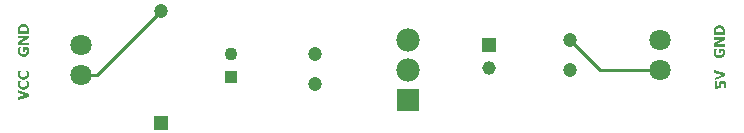
<source format=gtl>
G04*
G04 #@! TF.GenerationSoftware,Altium Limited,Altium Designer,23.1.1 (15)*
G04*
G04 Layer_Physical_Order=1*
G04 Layer_Color=255*
%FSLAX44Y44*%
%MOMM*%
G71*
G04*
G04 #@! TF.SameCoordinates,192AC858-DC75-4971-91E7-501E18B89E25*
G04*
G04*
G04 #@! TF.FilePolarity,Positive*
G04*
G01*
G75*
%ADD21C,0.2540*%
%ADD22R,1.9800X1.9800*%
%ADD23C,1.9800*%
%ADD24C,1.2000*%
%ADD25R,1.1000X1.1000*%
%ADD26C,1.1000*%
%ADD27C,1.8000*%
%ADD28R,1.1500X1.1500*%
%ADD29C,1.1500*%
%ADD30R,1.2000X1.2000*%
G36*
X21919Y-40710D02*
X21962D01*
X22032D01*
X22117Y-40724D01*
X22229D01*
X22370Y-40738D01*
X22511Y-40753D01*
X22666Y-40781D01*
X23033Y-40851D01*
X23414Y-40950D01*
X23808Y-41091D01*
X24203Y-41274D01*
X24217D01*
X24245Y-41302D01*
X24302Y-41330D01*
X24372Y-41373D01*
X24457Y-41429D01*
X24541Y-41500D01*
X24767Y-41669D01*
X25021Y-41866D01*
X25274Y-42106D01*
X25528Y-42388D01*
X25754Y-42698D01*
Y-42712D01*
X25768Y-42726D01*
X25796Y-42768D01*
X25824Y-42825D01*
X25909Y-42966D01*
X26007Y-43163D01*
X26106Y-43389D01*
X26205Y-43657D01*
X26289Y-43952D01*
X26346Y-44263D01*
Y-44305D01*
X26360Y-44347D01*
Y-44404D01*
X26374Y-44488D01*
X26388Y-44573D01*
X26402Y-44798D01*
X26430Y-45066D01*
X26458Y-45362D01*
X26473Y-45701D01*
Y-48915D01*
X17296D01*
Y-45715D01*
X17310Y-45475D01*
X17324Y-45207D01*
X17352Y-44897D01*
X17380Y-44587D01*
X17422Y-44263D01*
Y-44220D01*
X17436Y-44178D01*
X17451Y-44122D01*
X17465Y-44037D01*
X17493Y-43952D01*
X17549Y-43741D01*
X17620Y-43501D01*
X17732Y-43234D01*
X17859Y-42952D01*
X18029Y-42670D01*
Y-42656D01*
X18057Y-42627D01*
X18085Y-42585D01*
X18127Y-42515D01*
X18268Y-42360D01*
X18437Y-42148D01*
X18663Y-41923D01*
X18931Y-41683D01*
X19241Y-41457D01*
X19593Y-41246D01*
X19607D01*
X19636Y-41218D01*
X19692Y-41189D01*
X19763Y-41161D01*
X19861Y-41119D01*
X19974Y-41077D01*
X20101Y-41034D01*
X20242Y-40978D01*
X20411Y-40922D01*
X20580Y-40879D01*
X20975Y-40795D01*
X21426Y-40738D01*
X21905Y-40710D01*
X21919D01*
D02*
G37*
G36*
X26473Y-50775D02*
Y-52989D01*
X20087Y-56541D01*
X26473D01*
Y-58642D01*
X17296D01*
Y-55822D01*
X22554Y-52876D01*
X17296D01*
Y-50775D01*
X26473D01*
D02*
G37*
G36*
X25965Y-60375D02*
X25979Y-60404D01*
X26007Y-60488D01*
X26050Y-60615D01*
X26120Y-60799D01*
X26191Y-61024D01*
X26261Y-61292D01*
X26360Y-61602D01*
X26444Y-61954D01*
Y-61968D01*
X26458Y-61997D01*
Y-62053D01*
X26473Y-62124D01*
X26501Y-62208D01*
X26515Y-62307D01*
X26557Y-62547D01*
X26600Y-62842D01*
X26628Y-63167D01*
X26656Y-63505D01*
X26670Y-63857D01*
Y-63956D01*
X26656Y-64069D01*
Y-64210D01*
X26628Y-64393D01*
X26600Y-64605D01*
X26571Y-64844D01*
X26515Y-65098D01*
X26444Y-65366D01*
X26360Y-65648D01*
X26261Y-65930D01*
X26148Y-66212D01*
X26007Y-66508D01*
X25838Y-66776D01*
X25641Y-67043D01*
X25429Y-67297D01*
X25415Y-67311D01*
X25373Y-67354D01*
X25303Y-67410D01*
X25204Y-67495D01*
X25063Y-67593D01*
X24908Y-67706D01*
X24725Y-67819D01*
X24513Y-67931D01*
X24274Y-68058D01*
X24020Y-68171D01*
X23724Y-68284D01*
X23414Y-68383D01*
X23061Y-68467D01*
X22695Y-68524D01*
X22300Y-68566D01*
X21891Y-68580D01*
X21863D01*
X21792D01*
X21680Y-68566D01*
X21539D01*
X21355Y-68538D01*
X21144Y-68509D01*
X20904Y-68467D01*
X20651Y-68425D01*
X20383Y-68354D01*
X20101Y-68270D01*
X19819Y-68157D01*
X19523Y-68044D01*
X19241Y-67889D01*
X18959Y-67720D01*
X18691Y-67523D01*
X18437Y-67297D01*
X18423Y-67283D01*
X18381Y-67241D01*
X18311Y-67170D01*
X18226Y-67057D01*
X18127Y-66931D01*
X18029Y-66776D01*
X17902Y-66592D01*
X17775Y-66381D01*
X17662Y-66141D01*
X17535Y-65873D01*
X17436Y-65591D01*
X17324Y-65281D01*
X17253Y-64943D01*
X17183Y-64577D01*
X17140Y-64196D01*
X17126Y-63787D01*
Y-63491D01*
X17140Y-63378D01*
X17155Y-63124D01*
X17183Y-62814D01*
X17225Y-62504D01*
X17281Y-62194D01*
X17352Y-61912D01*
Y-61898D01*
X17366Y-61884D01*
X17380Y-61842D01*
X17394Y-61785D01*
X17436Y-61644D01*
X17507Y-61461D01*
X17592Y-61235D01*
X17690Y-60982D01*
X17803Y-60700D01*
X17944Y-60418D01*
X20087D01*
Y-60643D01*
X20059Y-60658D01*
X20030Y-60700D01*
X19988Y-60756D01*
X19946Y-60827D01*
X19889Y-60897D01*
X19734Y-61109D01*
X19720Y-61123D01*
X19692Y-61165D01*
X19650Y-61221D01*
X19593Y-61306D01*
X19466Y-61489D01*
X19325Y-61715D01*
X19311Y-61729D01*
X19297Y-61771D01*
X19255Y-61856D01*
X19213Y-61940D01*
X19156Y-62067D01*
X19100Y-62208D01*
X19044Y-62349D01*
X18987Y-62518D01*
Y-62532D01*
X18959Y-62603D01*
X18945Y-62688D01*
X18917Y-62800D01*
X18888Y-62955D01*
X18874Y-63110D01*
X18846Y-63294D01*
Y-63576D01*
X18860Y-63688D01*
X18874Y-63829D01*
X18888Y-63998D01*
X18931Y-64182D01*
X18973Y-64379D01*
X19044Y-64562D01*
X19058Y-64577D01*
X19072Y-64647D01*
X19128Y-64731D01*
X19184Y-64844D01*
X19255Y-64985D01*
X19354Y-65126D01*
X19466Y-65281D01*
X19607Y-65422D01*
X19621Y-65436D01*
X19678Y-65479D01*
X19748Y-65549D01*
X19861Y-65620D01*
X20002Y-65718D01*
X20157Y-65803D01*
X20340Y-65902D01*
X20552Y-65986D01*
X20580Y-66000D01*
X20651Y-66014D01*
X20763Y-66057D01*
X20933Y-66085D01*
X21116Y-66127D01*
X21341Y-66169D01*
X21595Y-66184D01*
X21863Y-66198D01*
X21877D01*
X21933D01*
X22018D01*
X22131Y-66184D01*
X22258Y-66169D01*
X22413Y-66155D01*
X22582Y-66127D01*
X22765Y-66099D01*
X23146Y-66000D01*
X23343Y-65930D01*
X23540Y-65859D01*
X23724Y-65761D01*
X23907Y-65662D01*
X24076Y-65535D01*
X24231Y-65394D01*
X24245Y-65380D01*
X24259Y-65352D01*
X24302Y-65310D01*
X24344Y-65253D01*
X24400Y-65168D01*
X24471Y-65070D01*
X24541Y-64943D01*
X24612Y-64816D01*
X24682Y-64675D01*
X24753Y-64506D01*
X24809Y-64323D01*
X24880Y-64125D01*
X24922Y-63914D01*
X24964Y-63688D01*
X24978Y-63449D01*
X24992Y-63195D01*
Y-62702D01*
X24978Y-62603D01*
X23174D01*
Y-64393D01*
X21440D01*
Y-60375D01*
X25965D01*
D02*
G37*
G36*
X25895Y-80388D02*
X25909Y-80416D01*
X25937Y-80472D01*
X25965Y-80543D01*
X26007Y-80627D01*
X26050Y-80726D01*
X26163Y-80966D01*
Y-80980D01*
X26191Y-81022D01*
X26219Y-81093D01*
X26247Y-81177D01*
X26289Y-81276D01*
X26332Y-81389D01*
X26416Y-81643D01*
Y-81657D01*
X26430Y-81713D01*
X26458Y-81798D01*
X26487Y-81910D01*
X26515Y-82037D01*
X26543Y-82178D01*
X26600Y-82460D01*
Y-82474D01*
X26614Y-82531D01*
X26628Y-82615D01*
Y-82728D01*
X26642Y-82869D01*
X26656Y-83052D01*
X26670Y-83250D01*
Y-83574D01*
X26656Y-83687D01*
Y-83827D01*
X26628Y-83997D01*
X26600Y-84208D01*
X26571Y-84434D01*
X26515Y-84673D01*
X26444Y-84927D01*
X26360Y-85195D01*
X26261Y-85463D01*
X26148Y-85731D01*
X26007Y-86012D01*
X25838Y-86266D01*
X25641Y-86520D01*
X25429Y-86760D01*
X25415Y-86774D01*
X25373Y-86816D01*
X25303Y-86872D01*
X25204Y-86943D01*
X25077Y-87042D01*
X24922Y-87140D01*
X24739Y-87253D01*
X24527Y-87366D01*
X24288Y-87479D01*
X24034Y-87591D01*
X23738Y-87690D01*
X23428Y-87789D01*
X23089Y-87859D01*
X22723Y-87916D01*
X22328Y-87958D01*
X21919Y-87972D01*
X21891D01*
X21821D01*
X21708Y-87958D01*
X21553D01*
X21370Y-87930D01*
X21158Y-87901D01*
X20918Y-87873D01*
X20665Y-87817D01*
X20397Y-87761D01*
X20115Y-87676D01*
X19819Y-87577D01*
X19523Y-87465D01*
X19241Y-87324D01*
X18959Y-87154D01*
X18691Y-86971D01*
X18437Y-86760D01*
X18423Y-86746D01*
X18381Y-86703D01*
X18310Y-86633D01*
X18240Y-86534D01*
X18141Y-86421D01*
X18029Y-86266D01*
X17916Y-86097D01*
X17789Y-85900D01*
X17662Y-85674D01*
X17549Y-85435D01*
X17436Y-85153D01*
X17338Y-84871D01*
X17253Y-84560D01*
X17197Y-84222D01*
X17155Y-83870D01*
X17140Y-83489D01*
Y-83292D01*
X17155Y-83165D01*
Y-83010D01*
X17169Y-82841D01*
X17211Y-82502D01*
Y-82488D01*
X17225Y-82432D01*
X17239Y-82347D01*
X17253Y-82234D01*
X17281Y-82108D01*
X17309Y-81967D01*
X17380Y-81657D01*
Y-81643D01*
X17394Y-81600D01*
X17422Y-81544D01*
X17450Y-81459D01*
X17479Y-81361D01*
X17535Y-81234D01*
X17634Y-80980D01*
Y-80966D01*
X17662Y-80924D01*
X17690Y-80853D01*
X17732Y-80768D01*
X17817Y-80571D01*
X17916Y-80374D01*
X20087D01*
Y-80627D01*
X20059Y-80642D01*
X19988Y-80726D01*
X19889Y-80867D01*
X19748Y-81036D01*
X19734Y-81050D01*
X19706Y-81079D01*
X19678Y-81135D01*
X19621Y-81206D01*
X19565Y-81290D01*
X19495Y-81375D01*
X19354Y-81600D01*
X19339Y-81614D01*
X19325Y-81657D01*
X19283Y-81727D01*
X19241Y-81812D01*
X19184Y-81924D01*
X19128Y-82037D01*
X19015Y-82319D01*
Y-82333D01*
X18987Y-82390D01*
X18973Y-82460D01*
X18945Y-82559D01*
X18917Y-82686D01*
X18902Y-82812D01*
X18874Y-83109D01*
Y-83193D01*
X18888Y-83292D01*
Y-83419D01*
X18917Y-83560D01*
X18945Y-83715D01*
X18987Y-83870D01*
X19044Y-84025D01*
Y-84039D01*
X19072Y-84095D01*
X19114Y-84180D01*
X19170Y-84279D01*
X19241Y-84391D01*
X19339Y-84532D01*
X19452Y-84673D01*
X19579Y-84814D01*
X19593Y-84828D01*
X19650Y-84871D01*
X19720Y-84941D01*
X19833Y-85012D01*
X19960Y-85110D01*
X20129Y-85195D01*
X20312Y-85294D01*
X20524Y-85378D01*
X20552Y-85392D01*
X20622Y-85406D01*
X20749Y-85449D01*
X20918Y-85477D01*
X21130Y-85519D01*
X21370Y-85561D01*
X21637Y-85576D01*
X21933Y-85590D01*
X21948D01*
X21976D01*
X22018D01*
X22074D01*
X22229Y-85576D01*
X22427Y-85561D01*
X22652Y-85533D01*
X22892Y-85491D01*
X23132Y-85435D01*
X23357Y-85364D01*
X23385Y-85350D01*
X23456Y-85322D01*
X23554Y-85280D01*
X23695Y-85209D01*
X23837Y-85124D01*
X23991Y-85012D01*
X24147Y-84899D01*
X24288Y-84772D01*
X24302Y-84758D01*
X24344Y-84716D01*
X24400Y-84631D01*
X24485Y-84546D01*
X24569Y-84420D01*
X24654Y-84293D01*
X24725Y-84138D01*
X24795Y-83983D01*
Y-83968D01*
X24823Y-83898D01*
X24837Y-83813D01*
X24866Y-83701D01*
X24894Y-83574D01*
X24908Y-83419D01*
X24936Y-83094D01*
Y-83024D01*
X24922Y-82925D01*
Y-82812D01*
X24908Y-82686D01*
X24880Y-82545D01*
X24795Y-82234D01*
X24781Y-82220D01*
X24767Y-82164D01*
X24739Y-82094D01*
X24696Y-81995D01*
X24584Y-81769D01*
X24457Y-81544D01*
X24443Y-81530D01*
X24429Y-81487D01*
X24386Y-81431D01*
X24344Y-81361D01*
X24217Y-81191D01*
X24076Y-81008D01*
X24062Y-80994D01*
X24048Y-80966D01*
X24006Y-80924D01*
X23963Y-80867D01*
X23851Y-80726D01*
X23724Y-80585D01*
Y-80374D01*
X25895D01*
Y-80388D01*
D02*
G37*
G36*
Y-88804D02*
X25909Y-88832D01*
X25937Y-88888D01*
X25965Y-88959D01*
X26007Y-89043D01*
X26050Y-89142D01*
X26163Y-89382D01*
Y-89396D01*
X26191Y-89438D01*
X26219Y-89509D01*
X26247Y-89593D01*
X26289Y-89692D01*
X26332Y-89805D01*
X26416Y-90058D01*
Y-90072D01*
X26430Y-90129D01*
X26458Y-90213D01*
X26487Y-90326D01*
X26515Y-90453D01*
X26543Y-90594D01*
X26600Y-90876D01*
Y-90890D01*
X26614Y-90947D01*
X26628Y-91031D01*
Y-91144D01*
X26642Y-91285D01*
X26656Y-91468D01*
X26670Y-91665D01*
Y-91990D01*
X26656Y-92102D01*
Y-92243D01*
X26628Y-92413D01*
X26600Y-92624D01*
X26571Y-92850D01*
X26515Y-93089D01*
X26444Y-93343D01*
X26360Y-93611D01*
X26261Y-93879D01*
X26148Y-94146D01*
X26007Y-94428D01*
X25838Y-94682D01*
X25641Y-94936D01*
X25429Y-95176D01*
X25415Y-95190D01*
X25373Y-95232D01*
X25303Y-95288D01*
X25204Y-95359D01*
X25077Y-95457D01*
X24922Y-95556D01*
X24739Y-95669D01*
X24527Y-95782D01*
X24288Y-95894D01*
X24034Y-96007D01*
X23738Y-96106D01*
X23428Y-96205D01*
X23089Y-96275D01*
X22723Y-96332D01*
X22328Y-96374D01*
X21919Y-96388D01*
X21891D01*
X21821D01*
X21708Y-96374D01*
X21553D01*
X21370Y-96346D01*
X21158Y-96317D01*
X20918Y-96289D01*
X20665Y-96233D01*
X20397Y-96177D01*
X20115Y-96092D01*
X19819Y-95993D01*
X19523Y-95880D01*
X19241Y-95739D01*
X18959Y-95570D01*
X18691Y-95387D01*
X18437Y-95176D01*
X18423Y-95162D01*
X18381Y-95119D01*
X18310Y-95049D01*
X18240Y-94950D01*
X18141Y-94837D01*
X18029Y-94682D01*
X17916Y-94513D01*
X17789Y-94316D01*
X17662Y-94090D01*
X17549Y-93850D01*
X17436Y-93568D01*
X17338Y-93287D01*
X17253Y-92976D01*
X17197Y-92638D01*
X17155Y-92286D01*
X17140Y-91905D01*
Y-91708D01*
X17155Y-91581D01*
Y-91426D01*
X17169Y-91257D01*
X17211Y-90918D01*
Y-90904D01*
X17225Y-90848D01*
X17239Y-90763D01*
X17253Y-90650D01*
X17281Y-90524D01*
X17309Y-90383D01*
X17380Y-90072D01*
Y-90058D01*
X17394Y-90016D01*
X17422Y-89960D01*
X17450Y-89875D01*
X17479Y-89776D01*
X17535Y-89650D01*
X17634Y-89396D01*
Y-89382D01*
X17662Y-89339D01*
X17690Y-89269D01*
X17732Y-89184D01*
X17817Y-88987D01*
X17916Y-88790D01*
X20087D01*
Y-89043D01*
X20059Y-89058D01*
X19988Y-89142D01*
X19889Y-89283D01*
X19748Y-89452D01*
X19734Y-89466D01*
X19706Y-89494D01*
X19678Y-89551D01*
X19621Y-89621D01*
X19565Y-89706D01*
X19495Y-89790D01*
X19354Y-90016D01*
X19339Y-90030D01*
X19325Y-90072D01*
X19283Y-90143D01*
X19241Y-90227D01*
X19184Y-90340D01*
X19128Y-90453D01*
X19015Y-90735D01*
Y-90749D01*
X18987Y-90806D01*
X18973Y-90876D01*
X18945Y-90975D01*
X18917Y-91102D01*
X18902Y-91228D01*
X18874Y-91524D01*
Y-91609D01*
X18888Y-91708D01*
Y-91835D01*
X18917Y-91976D01*
X18945Y-92131D01*
X18987Y-92286D01*
X19044Y-92441D01*
Y-92455D01*
X19072Y-92511D01*
X19114Y-92596D01*
X19170Y-92695D01*
X19241Y-92807D01*
X19339Y-92948D01*
X19452Y-93089D01*
X19579Y-93230D01*
X19593Y-93244D01*
X19650Y-93287D01*
X19720Y-93357D01*
X19833Y-93428D01*
X19960Y-93526D01*
X20129Y-93611D01*
X20312Y-93709D01*
X20524Y-93794D01*
X20552Y-93808D01*
X20622Y-93822D01*
X20749Y-93865D01*
X20918Y-93893D01*
X21130Y-93935D01*
X21370Y-93977D01*
X21637Y-93991D01*
X21933Y-94005D01*
X21948D01*
X21976D01*
X22018D01*
X22074D01*
X22229Y-93991D01*
X22427Y-93977D01*
X22652Y-93949D01*
X22892Y-93907D01*
X23132Y-93850D01*
X23357Y-93780D01*
X23385Y-93766D01*
X23456Y-93738D01*
X23554Y-93695D01*
X23695Y-93625D01*
X23837Y-93540D01*
X23991Y-93428D01*
X24147Y-93315D01*
X24288Y-93188D01*
X24302Y-93174D01*
X24344Y-93132D01*
X24400Y-93047D01*
X24485Y-92962D01*
X24569Y-92836D01*
X24654Y-92709D01*
X24725Y-92554D01*
X24795Y-92399D01*
Y-92384D01*
X24823Y-92314D01*
X24837Y-92229D01*
X24866Y-92116D01*
X24894Y-91990D01*
X24908Y-91835D01*
X24936Y-91510D01*
Y-91440D01*
X24922Y-91341D01*
Y-91228D01*
X24908Y-91102D01*
X24880Y-90961D01*
X24795Y-90650D01*
X24781Y-90636D01*
X24767Y-90580D01*
X24739Y-90510D01*
X24696Y-90411D01*
X24584Y-90185D01*
X24457Y-89960D01*
X24443Y-89946D01*
X24429Y-89903D01*
X24386Y-89847D01*
X24344Y-89776D01*
X24217Y-89607D01*
X24076Y-89424D01*
X24062Y-89410D01*
X24048Y-89382D01*
X24006Y-89339D01*
X23963Y-89283D01*
X23851Y-89142D01*
X23724Y-89001D01*
Y-88790D01*
X25895D01*
Y-88804D01*
D02*
G37*
G36*
X26487Y-99856D02*
Y-102266D01*
X17309Y-105410D01*
Y-103028D01*
X23554Y-101026D01*
X17309Y-99024D01*
Y-96698D01*
X26487Y-99856D01*
D02*
G37*
G36*
X611199Y-41980D02*
X611242D01*
X611312D01*
X611397Y-41994D01*
X611509D01*
X611650Y-42008D01*
X611791Y-42023D01*
X611946Y-42051D01*
X612313Y-42121D01*
X612694Y-42220D01*
X613088Y-42361D01*
X613483Y-42544D01*
X613497D01*
X613525Y-42572D01*
X613582Y-42600D01*
X613652Y-42643D01*
X613737Y-42699D01*
X613821Y-42770D01*
X614047Y-42939D01*
X614301Y-43136D01*
X614554Y-43376D01*
X614808Y-43658D01*
X615034Y-43968D01*
Y-43982D01*
X615048Y-43996D01*
X615076Y-44038D01*
X615104Y-44095D01*
X615189Y-44236D01*
X615287Y-44433D01*
X615386Y-44659D01*
X615485Y-44927D01*
X615569Y-45223D01*
X615626Y-45533D01*
Y-45575D01*
X615640Y-45617D01*
Y-45674D01*
X615654Y-45758D01*
X615668Y-45843D01*
X615682Y-46068D01*
X615710Y-46336D01*
X615738Y-46632D01*
X615753Y-46971D01*
Y-50185D01*
X606576D01*
Y-46985D01*
X606590Y-46745D01*
X606604Y-46477D01*
X606632Y-46167D01*
X606660Y-45857D01*
X606702Y-45533D01*
Y-45490D01*
X606716Y-45448D01*
X606731Y-45392D01*
X606745Y-45307D01*
X606773Y-45223D01*
X606829Y-45011D01*
X606900Y-44771D01*
X607012Y-44504D01*
X607139Y-44222D01*
X607309Y-43940D01*
Y-43926D01*
X607337Y-43897D01*
X607365Y-43855D01*
X607407Y-43785D01*
X607548Y-43630D01*
X607717Y-43418D01*
X607943Y-43193D01*
X608211Y-42953D01*
X608521Y-42727D01*
X608873Y-42516D01*
X608887D01*
X608916Y-42488D01*
X608972Y-42460D01*
X609043Y-42431D01*
X609141Y-42389D01*
X609254Y-42347D01*
X609381Y-42305D01*
X609522Y-42248D01*
X609691Y-42192D01*
X609860Y-42149D01*
X610255Y-42065D01*
X610706Y-42008D01*
X611185Y-41980D01*
X611199D01*
D02*
G37*
G36*
X615753Y-52045D02*
Y-54259D01*
X609367Y-57811D01*
X615753D01*
Y-59912D01*
X606576D01*
Y-57092D01*
X611834Y-54146D01*
X606576D01*
Y-52045D01*
X615753D01*
D02*
G37*
G36*
X615245Y-61645D02*
X615259Y-61674D01*
X615287Y-61758D01*
X615330Y-61885D01*
X615400Y-62069D01*
X615471Y-62294D01*
X615541Y-62562D01*
X615640Y-62872D01*
X615724Y-63224D01*
Y-63239D01*
X615738Y-63267D01*
Y-63323D01*
X615753Y-63394D01*
X615781Y-63478D01*
X615795Y-63577D01*
X615837Y-63816D01*
X615880Y-64113D01*
X615908Y-64437D01*
X615936Y-64775D01*
X615950Y-65128D01*
Y-65226D01*
X615936Y-65339D01*
Y-65480D01*
X615908Y-65663D01*
X615880Y-65875D01*
X615851Y-66114D01*
X615795Y-66368D01*
X615724Y-66636D01*
X615640Y-66918D01*
X615541Y-67200D01*
X615428Y-67482D01*
X615287Y-67778D01*
X615118Y-68046D01*
X614921Y-68313D01*
X614710Y-68567D01*
X614695Y-68581D01*
X614653Y-68624D01*
X614583Y-68680D01*
X614484Y-68765D01*
X614343Y-68863D01*
X614188Y-68976D01*
X614005Y-69089D01*
X613793Y-69201D01*
X613554Y-69328D01*
X613300Y-69441D01*
X613004Y-69554D01*
X612694Y-69653D01*
X612341Y-69737D01*
X611975Y-69794D01*
X611580Y-69836D01*
X611171Y-69850D01*
X611143D01*
X611072D01*
X610960Y-69836D01*
X610819D01*
X610635Y-69808D01*
X610424Y-69780D01*
X610184Y-69737D01*
X609931Y-69695D01*
X609663Y-69624D01*
X609381Y-69540D01*
X609099Y-69427D01*
X608803Y-69314D01*
X608521Y-69159D01*
X608239Y-68990D01*
X607971Y-68793D01*
X607717Y-68567D01*
X607703Y-68553D01*
X607661Y-68511D01*
X607590Y-68440D01*
X607506Y-68327D01*
X607407Y-68201D01*
X607309Y-68046D01*
X607182Y-67862D01*
X607055Y-67651D01*
X606942Y-67411D01*
X606815Y-67143D01*
X606716Y-66861D01*
X606604Y-66551D01*
X606533Y-66213D01*
X606463Y-65847D01*
X606420Y-65466D01*
X606406Y-65057D01*
Y-64761D01*
X606420Y-64648D01*
X606435Y-64394D01*
X606463Y-64084D01*
X606505Y-63774D01*
X606561Y-63464D01*
X606632Y-63182D01*
Y-63168D01*
X606646Y-63154D01*
X606660Y-63112D01*
X606674Y-63055D01*
X606716Y-62914D01*
X606787Y-62731D01*
X606871Y-62505D01*
X606970Y-62252D01*
X607083Y-61970D01*
X607224Y-61688D01*
X609367D01*
Y-61913D01*
X609338Y-61927D01*
X609310Y-61970D01*
X609268Y-62026D01*
X609226Y-62097D01*
X609169Y-62167D01*
X609014Y-62379D01*
X609000Y-62393D01*
X608972Y-62435D01*
X608930Y-62491D01*
X608873Y-62576D01*
X608746Y-62759D01*
X608605Y-62985D01*
X608591Y-62999D01*
X608577Y-63041D01*
X608535Y-63126D01*
X608493Y-63210D01*
X608436Y-63337D01*
X608380Y-63478D01*
X608324Y-63619D01*
X608267Y-63788D01*
Y-63802D01*
X608239Y-63873D01*
X608225Y-63958D01*
X608197Y-64070D01*
X608168Y-64225D01*
X608154Y-64380D01*
X608126Y-64564D01*
Y-64846D01*
X608140Y-64958D01*
X608154Y-65099D01*
X608168Y-65269D01*
X608211Y-65452D01*
X608253Y-65649D01*
X608324Y-65832D01*
X608338Y-65847D01*
X608352Y-65917D01*
X608408Y-66002D01*
X608465Y-66114D01*
X608535Y-66255D01*
X608634Y-66396D01*
X608746Y-66551D01*
X608887Y-66692D01*
X608901Y-66706D01*
X608958Y-66749D01*
X609028Y-66819D01*
X609141Y-66890D01*
X609282Y-66988D01*
X609437Y-67073D01*
X609620Y-67172D01*
X609832Y-67256D01*
X609860Y-67270D01*
X609931Y-67284D01*
X610043Y-67327D01*
X610213Y-67355D01*
X610396Y-67397D01*
X610621Y-67439D01*
X610875Y-67453D01*
X611143Y-67468D01*
X611157D01*
X611213D01*
X611298D01*
X611411Y-67453D01*
X611538Y-67439D01*
X611693Y-67425D01*
X611862Y-67397D01*
X612045Y-67369D01*
X612426Y-67270D01*
X612623Y-67200D01*
X612821Y-67129D01*
X613004Y-67031D01*
X613187Y-66932D01*
X613356Y-66805D01*
X613511Y-66664D01*
X613525Y-66650D01*
X613539Y-66622D01*
X613582Y-66579D01*
X613624Y-66523D01*
X613680Y-66438D01*
X613751Y-66340D01*
X613821Y-66213D01*
X613892Y-66086D01*
X613962Y-65945D01*
X614033Y-65776D01*
X614089Y-65593D01*
X614160Y-65395D01*
X614202Y-65184D01*
X614244Y-64958D01*
X614258Y-64719D01*
X614272Y-64465D01*
Y-63972D01*
X614258Y-63873D01*
X612454D01*
Y-65663D01*
X610720D01*
Y-61645D01*
X615245D01*
D02*
G37*
G36*
X616174Y-82534D02*
X616335Y-84939D01*
X607387Y-88686D01*
X607229Y-86309D01*
X613327Y-83896D01*
X606962Y-82314D01*
X606808Y-79993D01*
X616174Y-82534D01*
D02*
G37*
G36*
X613735Y-88757D02*
X613919Y-88759D01*
X614132Y-88773D01*
X614361Y-88814D01*
X614590Y-88856D01*
X614834Y-88924D01*
X614864Y-88936D01*
X614936Y-88960D01*
X615052Y-89009D01*
X615198Y-89084D01*
X615374Y-89171D01*
X615551Y-89286D01*
X615744Y-89429D01*
X615924Y-89586D01*
X615940Y-89613D01*
X616000Y-89666D01*
X616091Y-89759D01*
X616199Y-89893D01*
X616309Y-90055D01*
X616433Y-90230D01*
X616561Y-90448D01*
X616675Y-90681D01*
X616676Y-90695D01*
X616691Y-90708D01*
X616708Y-90749D01*
X616725Y-90790D01*
X616762Y-90929D01*
X616818Y-91123D01*
X616890Y-91358D01*
X616936Y-91624D01*
X616986Y-91945D01*
X617022Y-92282D01*
X617033Y-92451D01*
X617025Y-92536D01*
X617032Y-92649D01*
X617034Y-92889D01*
X617025Y-93172D01*
X617016Y-93455D01*
X616994Y-93767D01*
X616956Y-94052D01*
X616957Y-94067D01*
X616944Y-94082D01*
X616947Y-94124D01*
X616937Y-94181D01*
X616917Y-94310D01*
X616886Y-94481D01*
X616843Y-94682D01*
X616786Y-94883D01*
X616730Y-95099D01*
X616671Y-95287D01*
X614674Y-95420D01*
X614660Y-95209D01*
X614673Y-95194D01*
X614724Y-95106D01*
X614800Y-94973D01*
X614874Y-94813D01*
X614873Y-94799D01*
X614885Y-94770D01*
X614910Y-94726D01*
X614934Y-94654D01*
X614971Y-94580D01*
X615007Y-94479D01*
X615042Y-94364D01*
X615089Y-94234D01*
X615089Y-94219D01*
X615100Y-94176D01*
X615123Y-94104D01*
X615146Y-94018D01*
X615181Y-93917D01*
X615202Y-93802D01*
X615256Y-93558D01*
X615256Y-93544D01*
X615267Y-93501D01*
X615276Y-93430D01*
X615284Y-93330D01*
X615290Y-93217D01*
X615296Y-93090D01*
X615291Y-92807D01*
X615282Y-92667D01*
X615261Y-92569D01*
X615254Y-92457D01*
X615217Y-92332D01*
X615155Y-92039D01*
X615154Y-92025D01*
X615136Y-91970D01*
X615104Y-91901D01*
X615069Y-91805D01*
X614955Y-91586D01*
X614879Y-91493D01*
X614787Y-91400D01*
X614773Y-91387D01*
X614757Y-91374D01*
X614654Y-91296D01*
X614520Y-91206D01*
X614360Y-91131D01*
X614346Y-91132D01*
X614317Y-91120D01*
X614259Y-91096D01*
X614187Y-91087D01*
X614101Y-91064D01*
X613988Y-91058D01*
X613860Y-91052D01*
X613719Y-91061D01*
X613705Y-91062D01*
X613663Y-91065D01*
X613607Y-91069D01*
X613523Y-91088D01*
X613358Y-91142D01*
X613180Y-91238D01*
X613166Y-91239D01*
X613140Y-91269D01*
X613100Y-91300D01*
X613045Y-91332D01*
X612926Y-91453D01*
X612824Y-91615D01*
X612811Y-91630D01*
X612800Y-91674D01*
X612762Y-91747D01*
X612725Y-91834D01*
X612691Y-91949D01*
X612657Y-92079D01*
X612624Y-92222D01*
X612607Y-92393D01*
X612608Y-92407D01*
X612598Y-92464D01*
X612589Y-92549D01*
X612582Y-92649D01*
X612590Y-92775D01*
X612585Y-92903D01*
X612588Y-93157D01*
X612600Y-93340D01*
X612622Y-93465D01*
X612633Y-93620D01*
X612658Y-93788D01*
X612738Y-94136D01*
X612739Y-94150D01*
X612757Y-94219D01*
X612777Y-94303D01*
X612813Y-94414D01*
X612849Y-94538D01*
X612887Y-94677D01*
X612961Y-94941D01*
X612974Y-95138D01*
X607840Y-95480D01*
X607436Y-89417D01*
X609166Y-89302D01*
X609426Y-93198D01*
X610959Y-93096D01*
X610954Y-93026D01*
X610936Y-92970D01*
X610927Y-92830D01*
X610902Y-92662D01*
X610896Y-92577D01*
X610878Y-92522D01*
X610845Y-92030D01*
X610848Y-91860D01*
X610850Y-91676D01*
X610864Y-91463D01*
X610920Y-91036D01*
X610919Y-91008D01*
X610942Y-90936D01*
X610964Y-90835D01*
X610996Y-90692D01*
X611042Y-90533D01*
X611102Y-90374D01*
X611175Y-90199D01*
X611263Y-90024D01*
X611275Y-89995D01*
X611313Y-89936D01*
X611391Y-89832D01*
X611482Y-89713D01*
X611600Y-89578D01*
X611760Y-89426D01*
X611919Y-89274D01*
X612123Y-89147D01*
X612150Y-89131D01*
X612218Y-89099D01*
X612341Y-89034D01*
X612492Y-88967D01*
X612686Y-88912D01*
X612921Y-88840D01*
X613187Y-88794D01*
X613481Y-88760D01*
X613495Y-88759D01*
X613509Y-88758D01*
X613552Y-88755D01*
X613608Y-88752D01*
X613735Y-88757D01*
D02*
G37*
%LPC*%
G36*
X21722Y-43093D02*
X21651Y-43107D01*
X21553D01*
X21341Y-43135D01*
X21102Y-43177D01*
X20834Y-43234D01*
X20580Y-43304D01*
X20326Y-43417D01*
X20312D01*
X20298Y-43431D01*
X20214Y-43473D01*
X20101Y-43544D01*
X19960Y-43657D01*
X19791Y-43783D01*
X19621Y-43952D01*
X19466Y-44150D01*
X19311Y-44376D01*
X19297Y-44390D01*
X19269Y-44460D01*
X19227Y-44545D01*
X19184Y-44672D01*
X19128Y-44827D01*
X19086Y-44982D01*
X19044Y-45165D01*
X19029Y-45362D01*
Y-45447D01*
X19015Y-45560D01*
Y-45884D01*
X19001Y-46081D01*
Y-46617D01*
X24739D01*
Y-45701D01*
X24725Y-45489D01*
Y-45250D01*
X24711Y-45179D01*
X24696Y-45080D01*
X24668Y-44953D01*
X24626Y-44798D01*
X24569Y-44629D01*
X24485Y-44446D01*
X24386Y-44263D01*
X24372Y-44234D01*
X24316Y-44164D01*
X24245Y-44065D01*
X24132Y-43938D01*
X23992Y-43797D01*
X23822Y-43657D01*
X23639Y-43516D01*
X23414Y-43389D01*
X23400D01*
X23385Y-43375D01*
X23301Y-43346D01*
X23160Y-43290D01*
X22977Y-43234D01*
X22765Y-43191D01*
X22497Y-43135D01*
X22201Y-43107D01*
X21877Y-43093D01*
X21863D01*
X21835D01*
X21792D01*
X21722D01*
D02*
G37*
G36*
X611002Y-44363D02*
X610932Y-44377D01*
X610833D01*
X610621Y-44405D01*
X610382Y-44447D01*
X610114Y-44504D01*
X609860Y-44574D01*
X609606Y-44687D01*
X609592D01*
X609578Y-44701D01*
X609494Y-44743D01*
X609381Y-44814D01*
X609240Y-44927D01*
X609071Y-45053D01*
X608901Y-45223D01*
X608746Y-45420D01*
X608591Y-45645D01*
X608577Y-45659D01*
X608549Y-45730D01*
X608507Y-45815D01*
X608465Y-45942D01*
X608408Y-46097D01*
X608366Y-46252D01*
X608324Y-46435D01*
X608309Y-46632D01*
Y-46717D01*
X608295Y-46830D01*
Y-47154D01*
X608281Y-47351D01*
Y-47887D01*
X614019D01*
Y-46971D01*
X614005Y-46759D01*
Y-46519D01*
X613991Y-46449D01*
X613976Y-46350D01*
X613948Y-46223D01*
X613906Y-46068D01*
X613849Y-45899D01*
X613765Y-45716D01*
X613666Y-45533D01*
X613652Y-45504D01*
X613596Y-45434D01*
X613525Y-45335D01*
X613413Y-45208D01*
X613272Y-45068D01*
X613102Y-44927D01*
X612919Y-44785D01*
X612694Y-44659D01*
X612679D01*
X612665Y-44645D01*
X612581Y-44616D01*
X612440Y-44560D01*
X612257Y-44504D01*
X612045Y-44461D01*
X611777Y-44405D01*
X611481Y-44377D01*
X611157Y-44363D01*
X611143D01*
X611115D01*
X611072D01*
X611002D01*
D02*
G37*
%LPD*%
D21*
X84070Y-83820D02*
X138430Y-29460D01*
X71120Y-83820D02*
X84070D01*
X510540Y-80010D02*
X561340D01*
X485140Y-54610D02*
X510540Y-80010D01*
D22*
X347980Y-105510D02*
D03*
D23*
Y-80010D02*
D03*
Y-54510D02*
D03*
D24*
X269240Y-91440D02*
D03*
Y-66440D02*
D03*
X485140Y-54610D02*
D03*
Y-79610D02*
D03*
X138430Y-29460D02*
D03*
D25*
X198120Y-86040D02*
D03*
D26*
Y-66040D02*
D03*
D27*
X71120Y-58420D02*
D03*
Y-83820D02*
D03*
X561340Y-80010D02*
D03*
Y-54610D02*
D03*
D28*
X416560Y-58420D02*
D03*
D29*
Y-78420D02*
D03*
D30*
X138430Y-124460D02*
D03*
M02*

</source>
